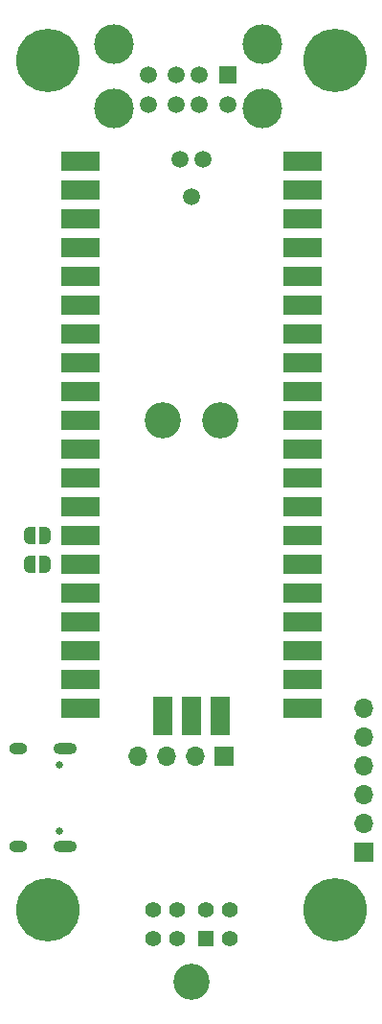
<source format=gbr>
%TF.GenerationSoftware,KiCad,Pcbnew,7.0.7*%
%TF.CreationDate,2023-09-26T16:29:48+08:00*%
%TF.ProjectId,usb3sun,75736233-7375-46e2-9e6b-696361645f70,A3*%
%TF.SameCoordinates,Original*%
%TF.FileFunction,Soldermask,Bot*%
%TF.FilePolarity,Negative*%
%FSLAX46Y46*%
G04 Gerber Fmt 4.6, Leading zero omitted, Abs format (unit mm)*
G04 Created by KiCad (PCBNEW 7.0.7) date 2023-09-26 16:29:48*
%MOMM*%
%LPD*%
G01*
G04 APERTURE LIST*
G04 Aperture macros list*
%AMFreePoly0*
4,1,19,0.500000,-0.750000,0.000000,-0.750000,0.000000,-0.744911,-0.071157,-0.744911,-0.207708,-0.704816,-0.327430,-0.627875,-0.420627,-0.520320,-0.479746,-0.390866,-0.500000,-0.250000,-0.500000,0.250000,-0.479746,0.390866,-0.420627,0.520320,-0.327430,0.627875,-0.207708,0.704816,-0.071157,0.744911,0.000000,0.744911,0.000000,0.750000,0.500000,0.750000,0.500000,-0.750000,0.500000,-0.750000,
$1*%
%AMFreePoly1*
4,1,19,0.000000,0.744911,0.071157,0.744911,0.207708,0.704816,0.327430,0.627875,0.420627,0.520320,0.479746,0.390866,0.500000,0.250000,0.500000,-0.250000,0.479746,-0.390866,0.420627,-0.520320,0.327430,-0.627875,0.207708,-0.704816,0.071157,-0.744911,0.000000,-0.744911,0.000000,-0.750000,-0.500000,-0.750000,-0.500000,0.750000,0.000000,0.750000,0.000000,0.744911,0.000000,0.744911,
$1*%
G04 Aperture macros list end*
%ADD10R,1.408000X1.408000*%
%ADD11C,1.408000*%
%ADD12C,3.200000*%
%ADD13R,1.500000X1.500000*%
%ADD14C,1.500000*%
%ADD15C,3.500000*%
%ADD16R,1.700000X1.700000*%
%ADD17O,1.700000X1.700000*%
%ADD18C,0.650000*%
%ADD19O,2.100000X1.000000*%
%ADD20O,1.600000X1.000000*%
%ADD21C,3.600000*%
%ADD22C,5.600000*%
%ADD23R,3.500000X1.700000*%
%ADD24R,1.700000X3.500000*%
%ADD25FreePoly0,0.000000*%
%ADD26FreePoly1,0.000000*%
G04 APERTURE END LIST*
D10*
%TO.C,J2*%
X80040000Y-116850000D03*
D11*
X77440000Y-116850000D03*
X82140000Y-116850000D03*
X80040000Y-114350000D03*
X75340000Y-116850000D03*
X82140000Y-114350000D03*
X77440000Y-114350000D03*
X75340000Y-114350000D03*
D12*
X78740000Y-120650000D03*
%TD*%
D13*
%TO.C,J1*%
X81915000Y-40640000D03*
D14*
X79415000Y-40640000D03*
X77415000Y-40640000D03*
X74915000Y-40640000D03*
X81915000Y-43260000D03*
X79415000Y-43260000D03*
X77415000Y-43260000D03*
X74915000Y-43260000D03*
D15*
X84985000Y-37930000D03*
X71845000Y-37930000D03*
X84985000Y-43610000D03*
X71845000Y-43610000D03*
%TD*%
D16*
%TO.C,J3*%
X93980000Y-109220000D03*
D17*
X93980000Y-106680000D03*
X93980000Y-104140000D03*
X93980000Y-101600000D03*
X93980000Y-99060000D03*
X93980000Y-96520000D03*
%TD*%
D18*
%TO.C,J4*%
X67052500Y-101567500D03*
X67052500Y-107347500D03*
D19*
X67582500Y-100137500D03*
D20*
X63402500Y-100137500D03*
D19*
X67582500Y-108777500D03*
D20*
X63402500Y-108777500D03*
%TD*%
D12*
%TO.C,H6*%
X81280000Y-71120000D03*
%TD*%
D16*
%TO.C,U2*%
X81630000Y-100800000D03*
D17*
X79090000Y-100800000D03*
X76550000Y-100800000D03*
X74010000Y-100800000D03*
%TD*%
D12*
%TO.C,H5*%
X76200000Y-71120000D03*
%TD*%
D21*
%TO.C,H4*%
X91440000Y-39370000D03*
D22*
X91440000Y-39370000D03*
%TD*%
D21*
%TO.C,H3*%
X91440000Y-114300000D03*
D22*
X91440000Y-114300000D03*
%TD*%
D23*
%TO.C,U1*%
X88530000Y-48260000D03*
X88530000Y-50800000D03*
X88530000Y-53340000D03*
X88530000Y-55880000D03*
X88530000Y-58420000D03*
X88530000Y-60960000D03*
X88530000Y-63500000D03*
X88530000Y-66040000D03*
X88530000Y-68580000D03*
X88530000Y-71120000D03*
X88530000Y-73660000D03*
X88530000Y-76200000D03*
X88530000Y-78740000D03*
X88530000Y-81280000D03*
X88530000Y-83820000D03*
X88530000Y-86360000D03*
X88530000Y-88900000D03*
X88530000Y-91440000D03*
X88530000Y-93980000D03*
X88530000Y-96520000D03*
X68950000Y-96520000D03*
X68950000Y-93980000D03*
X68950000Y-91440000D03*
X68950000Y-88900000D03*
X68950000Y-86360000D03*
X68950000Y-83820000D03*
X68950000Y-81280000D03*
X68950000Y-78740000D03*
X68950000Y-76200000D03*
X68950000Y-73660000D03*
X68950000Y-71120000D03*
X68950000Y-68580000D03*
X68950000Y-66040000D03*
X68950000Y-63500000D03*
X68950000Y-60960000D03*
X68950000Y-58420000D03*
X68950000Y-55880000D03*
X68950000Y-53340000D03*
X68950000Y-50800000D03*
X68950000Y-48260000D03*
D24*
X81280000Y-97190000D03*
X78740000Y-97190000D03*
X76200000Y-97190000D03*
D14*
X78740000Y-51390000D03*
X77740000Y-48090000D03*
X79740000Y-48090000D03*
%TD*%
D25*
%TO.C,JP2*%
X64437500Y-81280000D03*
D26*
X65737500Y-81280000D03*
%TD*%
D21*
%TO.C,H1*%
X66040000Y-39370000D03*
D22*
X66040000Y-39370000D03*
%TD*%
D25*
%TO.C,JP1*%
X64437500Y-83820000D03*
D26*
X65737500Y-83820000D03*
%TD*%
D21*
%TO.C,H2*%
X66040000Y-114300000D03*
D22*
X66040000Y-114300000D03*
%TD*%
M02*

</source>
